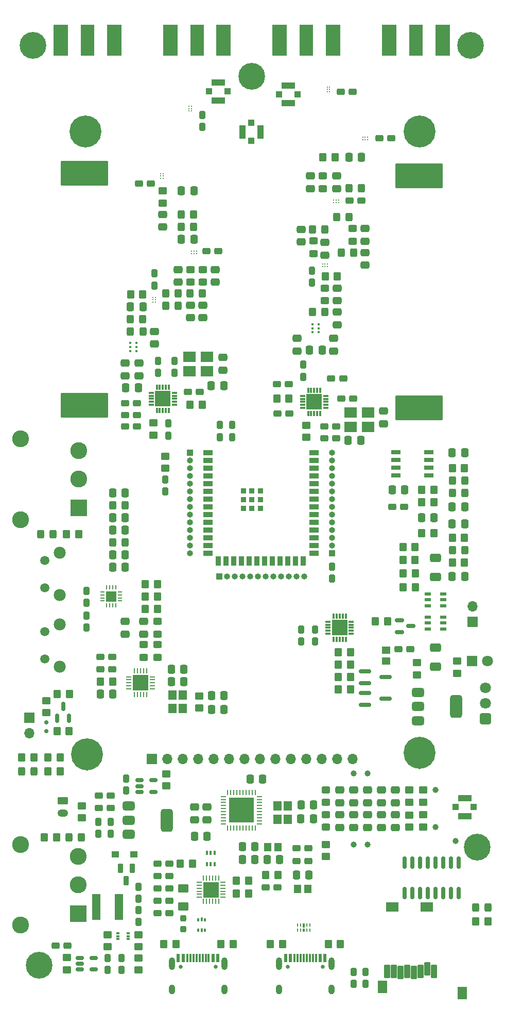
<source format=gbr>
%TF.GenerationSoftware,KiCad,Pcbnew,8.0.3*%
%TF.CreationDate,2024-12-10T11:07:40+00:00*%
%TF.ProjectId,PCB V2.4,50434220-5632-42e3-942e-6b696361645f,rev?*%
%TF.SameCoordinates,Original*%
%TF.FileFunction,Soldermask,Top*%
%TF.FilePolarity,Negative*%
%FSLAX46Y46*%
G04 Gerber Fmt 4.6, Leading zero omitted, Abs format (unit mm)*
G04 Created by KiCad (PCBNEW 8.0.3) date 2024-12-10 11:07:40*
%MOMM*%
%LPD*%
G01*
G04 APERTURE LIST*
G04 Aperture macros list*
%AMRoundRect*
0 Rectangle with rounded corners*
0 $1 Rounding radius*
0 $2 $3 $4 $5 $6 $7 $8 $9 X,Y pos of 4 corners*
0 Add a 4 corners polygon primitive as box body*
4,1,4,$2,$3,$4,$5,$6,$7,$8,$9,$2,$3,0*
0 Add four circle primitives for the rounded corners*
1,1,$1+$1,$2,$3*
1,1,$1+$1,$4,$5*
1,1,$1+$1,$6,$7*
1,1,$1+$1,$8,$9*
0 Add four rect primitives between the rounded corners*
20,1,$1+$1,$2,$3,$4,$5,0*
20,1,$1+$1,$4,$5,$6,$7,0*
20,1,$1+$1,$6,$7,$8,$9,0*
20,1,$1+$1,$8,$9,$2,$3,0*%
G04 Aperture macros list end*
%ADD10RoundRect,0.250000X-0.400000X-0.275000X0.400000X-0.275000X0.400000X0.275000X-0.400000X0.275000X0*%
%ADD11C,1.000000*%
%ADD12C,0.700000*%
%ADD13C,4.400000*%
%ADD14RoundRect,0.250000X-0.450000X0.350000X-0.450000X-0.350000X0.450000X-0.350000X0.450000X0.350000X0*%
%ADD15RoundRect,0.250000X-0.325000X-0.450000X0.325000X-0.450000X0.325000X0.450000X-0.325000X0.450000X0*%
%ADD16RoundRect,0.250000X0.450000X-0.325000X0.450000X0.325000X-0.450000X0.325000X-0.450000X-0.325000X0*%
%ADD17RoundRect,0.250000X-0.350000X-0.450000X0.350000X-0.450000X0.350000X0.450000X-0.350000X0.450000X0*%
%ADD18R,1.528000X0.650000*%
%ADD19RoundRect,0.250000X-0.337500X-0.475000X0.337500X-0.475000X0.337500X0.475000X-0.337500X0.475000X0*%
%ADD20RoundRect,0.250000X0.275000X-0.400000X0.275000X0.400000X-0.275000X0.400000X-0.275000X-0.400000X0*%
%ADD21RoundRect,0.250000X0.400000X0.275000X-0.400000X0.275000X-0.400000X-0.275000X0.400000X-0.275000X0*%
%ADD22RoundRect,0.237500X0.237500X-0.287500X0.237500X0.287500X-0.237500X0.287500X-0.237500X-0.287500X0*%
%ADD23R,1.000000X1.000000*%
%ADD24R,2.200000X1.050000*%
%ADD25R,2.100000X1.800000*%
%ADD26RoundRect,0.250000X0.350000X0.450000X-0.350000X0.450000X-0.350000X-0.450000X0.350000X-0.450000X0*%
%ADD27RoundRect,0.250000X-0.450000X0.325000X-0.450000X-0.325000X0.450000X-0.325000X0.450000X0.325000X0*%
%ADD28RoundRect,0.062500X-0.062500X0.062500X-0.062500X-0.062500X0.062500X-0.062500X0.062500X0.062500X0*%
%ADD29RoundRect,0.250000X0.475000X-0.337500X0.475000X0.337500X-0.475000X0.337500X-0.475000X-0.337500X0*%
%ADD30RoundRect,0.100000X0.100000X-0.225000X0.100000X0.225000X-0.100000X0.225000X-0.100000X-0.225000X0*%
%ADD31RoundRect,0.250000X0.337500X0.475000X-0.337500X0.475000X-0.337500X-0.475000X0.337500X-0.475000X0*%
%ADD32RoundRect,0.250000X-0.475000X0.337500X-0.475000X-0.337500X0.475000X-0.337500X0.475000X0.337500X0*%
%ADD33RoundRect,0.250000X0.325000X0.450000X-0.325000X0.450000X-0.325000X-0.450000X0.325000X-0.450000X0*%
%ADD34R,0.950000X0.300000*%
%ADD35R,0.300000X0.950000*%
%ADD36C,0.500000*%
%ADD37R,2.500000X2.500000*%
%ADD38C,1.515000*%
%ADD39C,1.980000*%
%ADD40O,1.000000X1.000000*%
%ADD41RoundRect,0.250200X0.649800X-0.649800X0.649800X0.649800X-0.649800X0.649800X-0.649800X-0.649800X0*%
%ADD42C,1.800000*%
%ADD43RoundRect,0.162500X-0.837500X-0.162500X0.837500X-0.162500X0.837500X0.162500X-0.837500X0.162500X0*%
%ADD44RoundRect,0.062500X-0.350000X-0.062500X0.350000X-0.062500X0.350000X0.062500X-0.350000X0.062500X0*%
%ADD45RoundRect,0.062500X-0.062500X-0.350000X0.062500X-0.350000X0.062500X0.350000X-0.062500X0.350000X0*%
%ADD46R,2.600000X2.600000*%
%ADD47C,0.650000*%
%ADD48R,0.600000X1.450000*%
%ADD49R,0.300000X1.450000*%
%ADD50O,1.000000X2.100000*%
%ADD51O,1.000000X1.600000*%
%ADD52R,0.475000X0.300000*%
%ADD53RoundRect,0.250000X0.450000X-0.350000X0.450000X0.350000X-0.450000X0.350000X-0.450000X-0.350000X0*%
%ADD54RoundRect,0.102000X-3.810000X1.905000X-3.810000X-1.905000X3.810000X-1.905000X3.810000X1.905000X0*%
%ADD55RoundRect,0.102000X3.810000X-1.905000X3.810000X1.905000X-3.810000X1.905000X-3.810000X-1.905000X0*%
%ADD56R,1.700000X1.700000*%
%ADD57O,1.700000X1.700000*%
%ADD58C,0.800000*%
%ADD59C,5.250000*%
%ADD60R,1.100000X0.550000*%
%ADD61RoundRect,0.150000X-0.587500X-0.150000X0.587500X-0.150000X0.587500X0.150000X-0.587500X0.150000X0*%
%ADD62RoundRect,0.102000X0.600000X0.700000X-0.600000X0.700000X-0.600000X-0.700000X0.600000X-0.700000X0*%
%ADD63RoundRect,0.250000X0.650000X-0.412500X0.650000X0.412500X-0.650000X0.412500X-0.650000X-0.412500X0*%
%ADD64RoundRect,0.062500X-0.062500X-0.062500X0.062500X-0.062500X0.062500X0.062500X-0.062500X0.062500X0*%
%ADD65RoundRect,0.250000X-0.275000X0.400000X-0.275000X-0.400000X0.275000X-0.400000X0.275000X0.400000X0*%
%ADD66RoundRect,0.150000X0.200000X-0.150000X0.200000X0.150000X-0.200000X0.150000X-0.200000X-0.150000X0*%
%ADD67R,0.330000X0.410000*%
%ADD68RoundRect,0.250001X0.624999X-0.462499X0.624999X0.462499X-0.624999X0.462499X-0.624999X-0.462499X0*%
%ADD69RoundRect,0.093750X0.093750X-0.156250X0.093750X0.156250X-0.093750X0.156250X-0.093750X-0.156250X0*%
%ADD70RoundRect,0.075000X0.075000X-0.250000X0.075000X0.250000X-0.075000X0.250000X-0.075000X-0.250000X0*%
%ADD71R,1.050000X2.200000*%
%ADD72RoundRect,0.062500X0.062500X-0.375000X0.062500X0.375000X-0.062500X0.375000X-0.062500X-0.375000X0*%
%ADD73RoundRect,0.062500X0.375000X-0.062500X0.375000X0.062500X-0.375000X0.062500X-0.375000X-0.062500X0*%
%ADD74R,4.100000X4.100000*%
%ADD75R,1.200000X1.450000*%
%ADD76RoundRect,0.102000X-0.279400X0.660400X-0.279400X-0.660400X0.279400X-0.660400X0.279400X0.660400X0*%
%ADD77R,2.290000X5.080000*%
%ADD78R,2.420000X5.080000*%
%ADD79R,1.800000X1.800000*%
%ADD80RoundRect,0.250000X-0.625000X0.350000X-0.625000X-0.350000X0.625000X-0.350000X0.625000X0.350000X0*%
%ADD81O,1.750000X1.200000*%
%ADD82R,1.400000X4.200000*%
%ADD83RoundRect,0.062500X0.062500X-0.350000X0.062500X0.350000X-0.062500X0.350000X-0.062500X-0.350000X0*%
%ADD84RoundRect,0.062500X0.350000X-0.062500X0.350000X0.062500X-0.350000X0.062500X-0.350000X-0.062500X0*%
%ADD85RoundRect,0.102000X-0.400000X-1.000000X0.400000X-1.000000X0.400000X1.000000X-0.400000X1.000000X0*%
%ADD86RoundRect,0.102000X-0.900000X-0.700000X0.900000X-0.700000X0.900000X0.700000X-0.900000X0.700000X0*%
%ADD87RoundRect,0.102000X-0.700000X-0.950000X0.700000X-0.950000X0.700000X0.950000X-0.700000X0.950000X0*%
%ADD88RoundRect,0.150000X-0.512500X-0.150000X0.512500X-0.150000X0.512500X0.150000X-0.512500X0.150000X0*%
%ADD89RoundRect,0.375000X-0.625000X-0.375000X0.625000X-0.375000X0.625000X0.375000X-0.625000X0.375000X0*%
%ADD90RoundRect,0.500000X-0.500000X-1.400000X0.500000X-1.400000X0.500000X1.400000X-0.500000X1.400000X0*%
%ADD91R,2.775000X2.775000*%
%ADD92C,2.775000*%
%ADD93R,0.250000X0.625000*%
%ADD94R,0.450000X0.700000*%
%ADD95R,0.450000X0.575000*%
%ADD96RoundRect,0.062500X0.062500X-0.062500X0.062500X0.062500X-0.062500X0.062500X-0.062500X-0.062500X0*%
%ADD97RoundRect,0.150000X0.150000X-0.825000X0.150000X0.825000X-0.150000X0.825000X-0.150000X-0.825000X0*%
%ADD98RoundRect,0.250000X-0.650000X0.412500X-0.650000X-0.412500X0.650000X-0.412500X0.650000X0.412500X0*%
%ADD99R,1.450000X1.200000*%
%ADD100R,0.254000X0.762000*%
%ADD101R,0.762000X0.254000*%
%ADD102R,1.752600X1.752600*%
%ADD103RoundRect,0.150000X0.150000X-0.587500X0.150000X0.587500X-0.150000X0.587500X-0.150000X-0.587500X0*%
%ADD104RoundRect,0.062500X0.062500X0.062500X-0.062500X0.062500X-0.062500X-0.062500X0.062500X-0.062500X0*%
%ADD105R,1.498600X0.889000*%
%ADD106R,0.889000X1.498600*%
%ADD107R,0.889000X0.889000*%
%ADD108R,1.143000X1.092200*%
G04 APERTURE END LIST*
D10*
%TO.C,C24*%
X92628500Y-84339200D03*
X94578500Y-84339200D03*
%TD*%
D11*
%TO.C,TP7*%
X119882500Y-158639700D03*
%TD*%
D12*
%TO.C,H1*%
X66473500Y-178487200D03*
X66956774Y-177320474D03*
X66956774Y-179653926D03*
X68123500Y-176837200D03*
D13*
X68123500Y-178487200D03*
D12*
X68123500Y-180137200D03*
X69290226Y-177320474D03*
X69290226Y-179653926D03*
X69773500Y-178487200D03*
%TD*%
D14*
%TO.C,R31*%
X94492500Y-134266200D03*
X94492500Y-136266200D03*
%TD*%
D15*
%TO.C,D3*%
X65254500Y-146696200D03*
X67304500Y-146696200D03*
%TD*%
D16*
%TO.C,L26*%
X114802500Y-50947200D03*
X114802500Y-48897200D03*
%TD*%
D17*
%TO.C,R35*%
X85608500Y-117994200D03*
X87608500Y-117994200D03*
%TD*%
%TO.C,R51*%
X115199500Y-65416200D03*
X117199500Y-65416200D03*
%TD*%
D18*
%TO.C,U19*%
X132245500Y-98055200D03*
X132245500Y-96785200D03*
X132245500Y-95515200D03*
X132245500Y-94245200D03*
X126823500Y-94245200D03*
X126823500Y-95515200D03*
X126823500Y-96785200D03*
X126823500Y-98055200D03*
%TD*%
D19*
%TO.C,C43*%
X96503000Y-136536200D03*
X98578000Y-136536200D03*
%TD*%
D20*
%TO.C,C22*%
X97921500Y-91752500D03*
X97921500Y-89802500D03*
%TD*%
D15*
%TO.C,L18*%
X117841500Y-61479200D03*
X119891500Y-61479200D03*
%TD*%
D21*
%TO.C,C2*%
X89552500Y-165841200D03*
X87602500Y-165841200D03*
%TD*%
D22*
%TO.C,FB1*%
X91879500Y-172558200D03*
X91879500Y-170808200D03*
%TD*%
D17*
%TO.C,R50*%
X131090500Y-100468200D03*
X133090500Y-100468200D03*
%TD*%
D23*
%TO.C,AE6*%
X110623500Y-35487200D03*
D24*
X109123500Y-36962200D03*
D23*
X107623500Y-35487200D03*
D24*
X109123500Y-34012200D03*
%TD*%
D15*
%TO.C,D8*%
X136113500Y-98944200D03*
X138163500Y-98944200D03*
%TD*%
%TO.C,L16*%
X91552500Y-57288200D03*
X93602500Y-57288200D03*
%TD*%
D25*
%TO.C,Y1*%
X92905500Y-80917200D03*
X95805500Y-80917200D03*
X95805500Y-78617200D03*
X92905500Y-78617200D03*
%TD*%
D19*
%TO.C,C26*%
X96471500Y-83323200D03*
X98546500Y-83323200D03*
%TD*%
D26*
%TO.C,R45*%
X119358500Y-129170200D03*
X117358500Y-129170200D03*
%TD*%
D10*
%TO.C,C56*%
X110519500Y-159230500D03*
X112469500Y-159230500D03*
%TD*%
D27*
%TO.C,L6*%
X85354500Y-125859200D03*
X85354500Y-127909200D03*
%TD*%
D28*
%TO.C,U14*%
X115583500Y-63365200D03*
X115183500Y-63365200D03*
X114783500Y-63365200D03*
X114783500Y-63765200D03*
X115183500Y-63765200D03*
X115583500Y-63765200D03*
%TD*%
D29*
%TO.C,C108*%
X116580500Y-77629700D03*
X116580500Y-75554700D03*
%TD*%
D16*
%TO.C,L24*%
X115183500Y-69362200D03*
X115183500Y-67312200D03*
%TD*%
D30*
%TO.C,Q3*%
X95722500Y-161936200D03*
X96372500Y-161936200D03*
X97022500Y-161936200D03*
X97022500Y-160036200D03*
X96372500Y-160036200D03*
X95722500Y-160036200D03*
%TD*%
D31*
%TO.C,C48*%
X91974000Y-131964200D03*
X89899000Y-131964200D03*
%TD*%
D14*
%TO.C,R26*%
X131312500Y-149728200D03*
X131312500Y-151728200D03*
%TD*%
D32*
%TO.C,C53*%
X95117500Y-70115200D03*
X95117500Y-72190200D03*
%TD*%
D17*
%TO.C,R4*%
X71105500Y-140092200D03*
X73105500Y-140092200D03*
%TD*%
D15*
%TO.C,L21*%
X113142500Y-57669200D03*
X115192500Y-57669200D03*
%TD*%
D33*
%TO.C,L25*%
X121161500Y-50938200D03*
X119111500Y-50938200D03*
%TD*%
D31*
%TO.C,C47*%
X91974000Y-129932200D03*
X89899000Y-129932200D03*
%TD*%
D17*
%TO.C,R44*%
X117358500Y-127138200D03*
X119358500Y-127138200D03*
%TD*%
D21*
%TO.C,C68*%
X84291500Y-90015500D03*
X82341500Y-90015500D03*
%TD*%
D20*
%TO.C,C32*%
X87761500Y-81211500D03*
X87761500Y-79261500D03*
%TD*%
D34*
%TO.C,IC4*%
X115696500Y-122074200D03*
X115696500Y-122574200D03*
X115696500Y-123074200D03*
X115696500Y-123574200D03*
X115696500Y-124074200D03*
D35*
X116596500Y-124974200D03*
X117096500Y-124974200D03*
X117596500Y-124974200D03*
X118096500Y-124974200D03*
X118596500Y-124974200D03*
D34*
X119496500Y-124074200D03*
X119496500Y-123574200D03*
X119496500Y-123074200D03*
X119496500Y-122574200D03*
X119496500Y-122074200D03*
D35*
X118596500Y-121174200D03*
X118096500Y-121174200D03*
X117596500Y-121174200D03*
X117096500Y-121174200D03*
X116596500Y-121174200D03*
D36*
X116834500Y-122312200D03*
X116834500Y-123074200D03*
X116834500Y-123836200D03*
X117596500Y-122312200D03*
X117596500Y-123074200D03*
D37*
X117596500Y-123074200D03*
D36*
X117596500Y-123836200D03*
X118358500Y-122312200D03*
X118358500Y-123074200D03*
X118358500Y-123836200D03*
%TD*%
D33*
%TO.C,L15*%
X82299500Y-103008200D03*
X80249500Y-103008200D03*
%TD*%
D19*
%TO.C,C104*%
X112622000Y-77481200D03*
X114697000Y-77481200D03*
%TD*%
D21*
%TO.C,C94*%
X86546000Y-50176200D03*
X84596000Y-50176200D03*
%TD*%
D19*
%TO.C,C42*%
X96503000Y-134250200D03*
X98578000Y-134250200D03*
%TD*%
D11*
%TO.C,TP3*%
X133344500Y-155808200D03*
%TD*%
D35*
%TO.C,IC6*%
X112405500Y-87890200D03*
X112905500Y-87890200D03*
X113405500Y-87890200D03*
X113905500Y-87890200D03*
X114405500Y-87890200D03*
D34*
X115305500Y-86990200D03*
X115305500Y-86490200D03*
X115305500Y-85990200D03*
X115305500Y-85490200D03*
X115305500Y-84990200D03*
D35*
X114405500Y-84090200D03*
X113905500Y-84090200D03*
X113405500Y-84090200D03*
X112905500Y-84090200D03*
X112405500Y-84090200D03*
D34*
X111505500Y-84990200D03*
X111505500Y-85490200D03*
X111505500Y-85990200D03*
X111505500Y-86490200D03*
X111505500Y-86990200D03*
D36*
X112643500Y-86752200D03*
X113405500Y-86752200D03*
X114167500Y-86752200D03*
X112643500Y-85990200D03*
X113405500Y-85990200D03*
D37*
X113405500Y-85990200D03*
D36*
X114167500Y-85990200D03*
X112643500Y-85228200D03*
X113405500Y-85228200D03*
X114167500Y-85228200D03*
%TD*%
D38*
%TO.C,RESET1*%
X69082500Y-111986200D03*
X69082500Y-116486200D03*
D39*
X71572500Y-110731200D03*
X71572500Y-117741200D03*
%TD*%
D21*
%TO.C,C7*%
X89552500Y-169905200D03*
X87602500Y-169905200D03*
%TD*%
D23*
%TO.C,J10*%
X116326500Y-110882200D03*
D40*
X116326500Y-109612200D03*
X116326500Y-108342200D03*
X116326500Y-107072200D03*
X116326500Y-105802200D03*
X116326500Y-104532200D03*
X116326500Y-103262200D03*
X116326500Y-101992200D03*
X116326500Y-100722200D03*
X116326500Y-99452200D03*
X116326500Y-98182200D03*
X116326500Y-96912200D03*
X116326500Y-95642200D03*
X116326500Y-94372200D03*
%TD*%
D32*
%TO.C,C97*%
X111246500Y-57647700D03*
X111246500Y-59722700D03*
%TD*%
D21*
%TO.C,C4*%
X89552500Y-167873200D03*
X87602500Y-167873200D03*
%TD*%
D41*
%TO.C,U5*%
X141598500Y-138060200D03*
D42*
X141598500Y-135520200D03*
X141598500Y-132980200D03*
%TD*%
D32*
%TO.C,C121*%
X112770500Y-48884700D03*
X112770500Y-50959700D03*
%TD*%
D14*
%TO.C,R20*%
X84513500Y-177287200D03*
X84513500Y-179287200D03*
%TD*%
D29*
%TO.C,C49*%
X85354500Y-124111700D03*
X85354500Y-122036700D03*
%TD*%
D32*
%TO.C,C29*%
X126740500Y-153786700D03*
X126740500Y-155861700D03*
%TD*%
D19*
%TO.C,C99*%
X136101000Y-114692200D03*
X138176000Y-114692200D03*
%TD*%
D43*
%TO.C,Q5*%
X121728500Y-130252200D03*
X121728500Y-132152200D03*
X125148500Y-131202200D03*
%TD*%
D44*
%TO.C,U6*%
X94514000Y-164845200D03*
X94514000Y-165345200D03*
X94514000Y-165845200D03*
X94514000Y-166345200D03*
X94514000Y-166845200D03*
X94514000Y-167345200D03*
D45*
X95201500Y-168032700D03*
X95701500Y-168032700D03*
X96201500Y-168032700D03*
X96701500Y-168032700D03*
X97201500Y-168032700D03*
X97701500Y-168032700D03*
D44*
X98389000Y-167345200D03*
X98389000Y-166845200D03*
X98389000Y-166345200D03*
X98389000Y-165845200D03*
X98389000Y-165345200D03*
X98389000Y-164845200D03*
D45*
X97701500Y-164157700D03*
X97201500Y-164157700D03*
X96701500Y-164157700D03*
X96201500Y-164157700D03*
X95701500Y-164157700D03*
X95201500Y-164157700D03*
D36*
X95562500Y-165206200D03*
X95562500Y-166095200D03*
X95562500Y-166984200D03*
X96451500Y-165206200D03*
X96451500Y-166095200D03*
D46*
X96451500Y-166095200D03*
D36*
X96451500Y-166984200D03*
X97340500Y-165206200D03*
X97340500Y-166095200D03*
X97340500Y-166984200D03*
%TD*%
D47*
%TO.C,USB_OTG1*%
X109053500Y-178787200D03*
X114833500Y-178787200D03*
D48*
X108693500Y-177342200D03*
X109493500Y-177342200D03*
D49*
X110693500Y-177342200D03*
X111693500Y-177342200D03*
X112193500Y-177342200D03*
X113193500Y-177342200D03*
D48*
X114393500Y-177342200D03*
X115193500Y-177342200D03*
X115193500Y-177342200D03*
X114393500Y-177342200D03*
D49*
X113693500Y-177342200D03*
X112693500Y-177342200D03*
X111193500Y-177342200D03*
X110193500Y-177342200D03*
D48*
X109493500Y-177342200D03*
X108693500Y-177342200D03*
D50*
X107623500Y-178257200D03*
D51*
X107623500Y-182437200D03*
D50*
X116263500Y-178257200D03*
D51*
X116263500Y-182437200D03*
%TD*%
D17*
%TO.C,R59*%
X72654500Y-107707200D03*
X74654500Y-107707200D03*
%TD*%
D20*
%TO.C,C25*%
X87116500Y-66860500D03*
X87116500Y-64910500D03*
%TD*%
D47*
%TO.C,USB_UART1*%
X91413500Y-178787200D03*
X97193500Y-178787200D03*
D48*
X91053500Y-177342200D03*
X91853500Y-177342200D03*
D49*
X93053500Y-177342200D03*
X94053500Y-177342200D03*
X94553500Y-177342200D03*
X95553500Y-177342200D03*
D48*
X96753500Y-177342200D03*
X97553500Y-177342200D03*
X97553500Y-177342200D03*
X96753500Y-177342200D03*
D49*
X96053500Y-177342200D03*
X95053500Y-177342200D03*
X93553500Y-177342200D03*
X92553500Y-177342200D03*
D48*
X91853500Y-177342200D03*
X91053500Y-177342200D03*
D50*
X89983500Y-178257200D03*
D51*
X89983500Y-182437200D03*
D50*
X98623500Y-178257200D03*
D51*
X98623500Y-182437200D03*
%TD*%
D52*
%TO.C,IC1*%
X81135500Y-173215200D03*
X81135500Y-173715200D03*
X81135500Y-174215200D03*
X82811500Y-174215200D03*
X82811500Y-173715200D03*
X82811500Y-173215200D03*
%TD*%
D27*
%TO.C,L9*%
X115310500Y-149719200D03*
X115310500Y-151769200D03*
%TD*%
D33*
%TO.C,L22*%
X119129500Y-55637200D03*
X117079500Y-55637200D03*
%TD*%
D19*
%TO.C,C84*%
X91540000Y-51319200D03*
X93615000Y-51319200D03*
%TD*%
D32*
%TO.C,C38*%
X117596500Y-153770700D03*
X117596500Y-155845700D03*
%TD*%
D26*
%TO.C,R16*%
X71606500Y-144410200D03*
X69606500Y-144410200D03*
%TD*%
D53*
%TO.C,R21*%
X130296500Y-130797200D03*
X130296500Y-128797200D03*
%TD*%
D19*
%TO.C,C69*%
X80237000Y-113168200D03*
X82312000Y-113168200D03*
%TD*%
D31*
%TO.C,C44*%
X107722000Y-161135500D03*
X105647000Y-161135500D03*
%TD*%
D16*
%TO.C,L11*%
X93085500Y-66314200D03*
X93085500Y-64264200D03*
%TD*%
D17*
%TO.C,R18*%
X100604500Y-164564500D03*
X102604500Y-164564500D03*
%TD*%
D54*
%TO.C,AE4*%
X130623500Y-48887200D03*
X130623500Y-86987200D03*
%TD*%
D21*
%TO.C,C14*%
X89552500Y-161777200D03*
X87602500Y-161777200D03*
%TD*%
D26*
%TO.C,R53*%
X116818500Y-45858200D03*
X114818500Y-45858200D03*
%TD*%
D20*
%TO.C,C17*%
X119882500Y-181580200D03*
X119882500Y-179630200D03*
%TD*%
D19*
%TO.C,C81*%
X80237000Y-100976200D03*
X82312000Y-100976200D03*
%TD*%
D55*
%TO.C,AE2*%
X75623500Y-48417200D03*
X75623500Y-86517200D03*
%TD*%
D32*
%TO.C,C90*%
X124835500Y-87492700D03*
X124835500Y-89567700D03*
%TD*%
D56*
%TO.C,SCREEN1*%
X86742400Y-144619700D03*
D57*
X89282400Y-144619700D03*
X91822400Y-144619700D03*
X94362400Y-144619700D03*
X96902400Y-144619700D03*
X99442400Y-144619700D03*
X101982400Y-144619700D03*
X104522400Y-144619700D03*
X107062400Y-144619700D03*
X109602400Y-144619700D03*
X112142400Y-144619700D03*
X114682400Y-144619700D03*
X117222400Y-144619700D03*
X119762400Y-144619700D03*
D58*
X73652400Y-41579700D03*
X73906400Y-143873700D03*
X74414400Y-39882644D03*
X74414400Y-43276756D03*
X74668400Y-142176644D03*
X74668400Y-145570756D03*
X75802400Y-39499700D03*
D59*
X75802400Y-41579700D03*
D58*
X75802400Y-43817700D03*
X76056400Y-141793700D03*
D59*
X76056400Y-143873700D03*
D58*
X76056400Y-146111700D03*
X77208400Y-39882644D03*
X77208400Y-43276756D03*
X77462400Y-142176644D03*
X77462400Y-145570756D03*
X77970400Y-41579700D03*
X78224400Y-143873700D03*
X128552400Y-41579700D03*
X128552400Y-143619700D03*
X129314400Y-39882644D03*
X129314400Y-43276756D03*
X129314400Y-141922644D03*
X129314400Y-145316756D03*
X130702400Y-39499700D03*
D59*
X130702400Y-41579700D03*
D58*
X130702400Y-43817700D03*
X130702400Y-141539700D03*
D59*
X130702400Y-143619700D03*
D58*
X130702400Y-145857700D03*
X132108400Y-39882644D03*
X132108400Y-43276756D03*
X132108400Y-141922644D03*
X132108400Y-145316756D03*
X132870400Y-41579700D03*
X132870400Y-143619700D03*
%TD*%
D21*
%TO.C,C13*%
X89552500Y-163809200D03*
X87602500Y-163809200D03*
%TD*%
D33*
%TO.C,L13*%
X85220500Y-72401200D03*
X83170500Y-72401200D03*
%TD*%
D60*
%TO.C,IC7*%
X132044500Y-117552200D03*
X132044500Y-118502200D03*
X132044500Y-119452200D03*
X134644500Y-119452200D03*
X134644500Y-118502200D03*
X134644500Y-117552200D03*
%TD*%
D31*
%TO.C,C115*%
X138176000Y-94372200D03*
X136101000Y-94372200D03*
%TD*%
D17*
%TO.C,R54*%
X131074500Y-107580200D03*
X133074500Y-107580200D03*
%TD*%
D19*
%TO.C,C23*%
X78215000Y-133996200D03*
X80290000Y-133996200D03*
%TD*%
D61*
%TO.C,Q7*%
X127405500Y-121870200D03*
X127405500Y-123770200D03*
X129280500Y-122820200D03*
%TD*%
D62*
%TO.C,Y2*%
X91786500Y-136366200D03*
X91786500Y-134166200D03*
X90086500Y-134166200D03*
X90086500Y-136366200D03*
%TD*%
D26*
%TO.C,R49*%
X138138500Y-96912200D03*
X136138500Y-96912200D03*
%TD*%
D63*
%TO.C,C98*%
X133344500Y-114730700D03*
X133344500Y-111605700D03*
%TD*%
D43*
%TO.C,Q6*%
X121728500Y-133808200D03*
X121728500Y-135708200D03*
X125148500Y-134758200D03*
%TD*%
D17*
%TO.C,R40*%
X117358500Y-131202200D03*
X119358500Y-131202200D03*
%TD*%
D20*
%TO.C,C39*%
X90418500Y-81211500D03*
X90418500Y-79261500D03*
%TD*%
D32*
%TO.C,C36*%
X119882500Y-149706700D03*
X119882500Y-151781700D03*
%TD*%
D53*
%TO.C,R27*%
X131312500Y-155808200D03*
X131312500Y-153808200D03*
%TD*%
D21*
%TO.C,C66*%
X84291500Y-88110500D03*
X82341500Y-88110500D03*
%TD*%
D10*
%TO.C,C72*%
X95676500Y-61186500D03*
X97626500Y-61186500D03*
%TD*%
%TO.C,C91*%
X117860500Y-85482200D03*
X119810500Y-85482200D03*
%TD*%
D20*
%TO.C,C16*%
X84513500Y-167578200D03*
X84513500Y-165628200D03*
%TD*%
D17*
%TO.C,R43*%
X123454500Y-122058200D03*
X125454500Y-122058200D03*
%TD*%
D64*
%TO.C,U20*%
X92812500Y-37438200D03*
X92812500Y-37838200D03*
X92812500Y-38238200D03*
X93212500Y-38238200D03*
X93212500Y-37838200D03*
X93212500Y-37438200D03*
%TD*%
D65*
%TO.C,C5*%
X79433500Y-177312200D03*
X79433500Y-179262200D03*
%TD*%
D66*
%TO.C,D1*%
X69311500Y-138630200D03*
X69311500Y-140030200D03*
%TD*%
D12*
%TO.C,H3*%
X65473500Y-27487200D03*
X65956774Y-26320474D03*
X65956774Y-28653926D03*
X67123500Y-25837200D03*
D13*
X67123500Y-27487200D03*
D12*
X67123500Y-29137200D03*
X68290226Y-26320474D03*
X68290226Y-28653926D03*
X68773500Y-27487200D03*
%TD*%
D67*
%TO.C,FL2*%
X113151500Y-73240200D03*
X113151500Y-73900200D03*
X113151500Y-74560200D03*
X114141500Y-74560200D03*
X114141500Y-73900200D03*
X114141500Y-73240200D03*
%TD*%
D32*
%TO.C,C82*%
X88513500Y-55213200D03*
X88513500Y-57288200D03*
%TD*%
D19*
%TO.C,C117*%
X126211000Y-100468200D03*
X128286000Y-100468200D03*
%TD*%
D68*
%TO.C,F1*%
X91879500Y-168852700D03*
X91879500Y-165877700D03*
%TD*%
D19*
%TO.C,C89*%
X118972000Y-92340200D03*
X121047000Y-92340200D03*
%TD*%
D17*
%TO.C,R34*%
X85608500Y-120026200D03*
X87608500Y-120026200D03*
%TD*%
D69*
%TO.C,U2*%
X94360500Y-172699200D03*
D70*
X94898000Y-172774200D03*
D69*
X95435500Y-172699200D03*
X95435500Y-170999200D03*
D70*
X94898000Y-170924200D03*
D69*
X94360500Y-170999200D03*
%TD*%
D14*
%TO.C,R39*%
X88513500Y-51335200D03*
X88513500Y-53335200D03*
%TD*%
D19*
%TO.C,C120*%
X131058500Y-105040200D03*
X133133500Y-105040200D03*
%TD*%
D16*
%TO.C,L19*%
X113278500Y-61615200D03*
X113278500Y-59565200D03*
%TD*%
D31*
%TO.C,C102*%
X138154500Y-106056200D03*
X136079500Y-106056200D03*
%TD*%
D25*
%TO.C,Y4*%
X119374500Y-90068200D03*
X122274500Y-90068200D03*
X122274500Y-87768200D03*
X119374500Y-87768200D03*
%TD*%
D64*
%TO.C,U18*%
X115545500Y-34282200D03*
X115545500Y-34682200D03*
X115545500Y-35082200D03*
X115945500Y-35082200D03*
X115945500Y-34682200D03*
X115945500Y-34282200D03*
%TD*%
D20*
%TO.C,C15*%
X84513500Y-171388200D03*
X84513500Y-169438200D03*
%TD*%
D15*
%TO.C,L4*%
X89012500Y-70242200D03*
X91062500Y-70242200D03*
%TD*%
D17*
%TO.C,R17*%
X100614500Y-166684800D03*
X102614500Y-166684800D03*
%TD*%
D21*
%TO.C,C11*%
X79900500Y-150601200D03*
X77950500Y-150601200D03*
%TD*%
D65*
%TO.C,C67*%
X75940500Y-121083200D03*
X75940500Y-123033200D03*
%TD*%
D32*
%TO.C,C45*%
X93085500Y-70115200D03*
X93085500Y-72190200D03*
%TD*%
D23*
%TO.C,J7*%
X103055500Y-43135200D03*
D71*
X101580500Y-41635200D03*
D23*
X103055500Y-40135200D03*
D71*
X104530500Y-41635200D03*
%TD*%
D31*
%TO.C,C78*%
X82312000Y-107072200D03*
X80237000Y-107072200D03*
%TD*%
D72*
%TO.C,IC3*%
X99182500Y-155961700D03*
X99682500Y-155961700D03*
X100182500Y-155961700D03*
X100682500Y-155961700D03*
X101182500Y-155961700D03*
X101682500Y-155961700D03*
X102182500Y-155961700D03*
X102682500Y-155961700D03*
X103182500Y-155961700D03*
X103682500Y-155961700D03*
D73*
X104370000Y-155274200D03*
X104370000Y-154774200D03*
X104370000Y-154274200D03*
X104370000Y-153774200D03*
X104370000Y-153274200D03*
X104370000Y-152774200D03*
X104370000Y-152274200D03*
X104370000Y-151774200D03*
X104370000Y-151274200D03*
X104370000Y-150774200D03*
D72*
X103682500Y-150086700D03*
X103182500Y-150086700D03*
X102682500Y-150086700D03*
X102182500Y-150086700D03*
X101682500Y-150086700D03*
X101182500Y-150086700D03*
X100682500Y-150086700D03*
X100182500Y-150086700D03*
X99682500Y-150086700D03*
X99182500Y-150086700D03*
D73*
X98495000Y-150774200D03*
X98495000Y-151274200D03*
X98495000Y-151774200D03*
X98495000Y-152274200D03*
X98495000Y-152774200D03*
X98495000Y-153274200D03*
X98495000Y-153774200D03*
X98495000Y-154274200D03*
X98495000Y-154774200D03*
X98495000Y-155274200D03*
D74*
X101432500Y-153024200D03*
%TD*%
D20*
%TO.C,C6*%
X79941500Y-156910200D03*
X79941500Y-154960200D03*
%TD*%
D10*
%TO.C,C92*%
X115097500Y-91920500D03*
X117047500Y-91920500D03*
%TD*%
D21*
%TO.C,C70*%
X84291500Y-86205500D03*
X82341500Y-86205500D03*
%TD*%
D32*
%TO.C,C54*%
X97149500Y-64251700D03*
X97149500Y-66326700D03*
%TD*%
D14*
%TO.C,R19*%
X84513500Y-173477200D03*
X84513500Y-175477200D03*
%TD*%
D29*
%TO.C,C28*%
X126740500Y-151781700D03*
X126740500Y-149706700D03*
%TD*%
D26*
%TO.C,R47*%
X109249500Y-85482200D03*
X107249500Y-85482200D03*
%TD*%
D32*
%TO.C,C100*%
X121787500Y-57520700D03*
X121787500Y-59595700D03*
%TD*%
D11*
%TO.C,TP6*%
X122168500Y-158639700D03*
%TD*%
D33*
%TO.C,D5*%
X141989500Y-169048200D03*
X139939500Y-169048200D03*
%TD*%
D11*
%TO.C,TP5*%
X119882500Y-146955700D03*
%TD*%
D65*
%TO.C,C60*%
X89402500Y-89548500D03*
X89402500Y-91498500D03*
%TD*%
D75*
%TO.C,FB2*%
X107430500Y-159103500D03*
X105730500Y-159103500D03*
%TD*%
D19*
%TO.C,C80*%
X91540000Y-59320200D03*
X93615000Y-59320200D03*
%TD*%
D10*
%TO.C,C93*%
X127289500Y-126630200D03*
X129239500Y-126630200D03*
%TD*%
D76*
%TO.C,Q1*%
X83446700Y-162539200D03*
X81516300Y-162539200D03*
X82481500Y-164571200D03*
%TD*%
D77*
%TO.C,AE7*%
X94123500Y-26557200D03*
D78*
X98503500Y-26557200D03*
X89743500Y-26557200D03*
%TD*%
D20*
%TO.C,C110*%
X111627500Y-81846500D03*
X111627500Y-79896500D03*
%TD*%
D10*
%TO.C,C87*%
X115056500Y-90015500D03*
X117006500Y-90015500D03*
%TD*%
D14*
%TO.C,R12*%
X79433500Y-173477200D03*
X79433500Y-175477200D03*
%TD*%
D10*
%TO.C,C58*%
X105439500Y-165707500D03*
X107389500Y-165707500D03*
%TD*%
D79*
%TO.C,D4*%
X139348500Y-128520200D03*
D42*
X141888500Y-128520200D03*
%TD*%
D23*
%TO.C,J5*%
X136656500Y-152538200D03*
D24*
X138156500Y-151063200D03*
D23*
X139656500Y-152538200D03*
D24*
X138156500Y-154013200D03*
%TD*%
D14*
%TO.C,R23*%
X88904500Y-94896200D03*
X88904500Y-96896200D03*
%TD*%
D17*
%TO.C,R15*%
X69606500Y-146696200D03*
X71606500Y-146696200D03*
%TD*%
D26*
%TO.C,R52*%
X133074500Y-102500200D03*
X131074500Y-102500200D03*
%TD*%
D29*
%TO.C,C46*%
X91053500Y-66326700D03*
X91053500Y-64251700D03*
%TD*%
D33*
%TO.C,D6*%
X138163500Y-110374200D03*
X136113500Y-110374200D03*
%TD*%
D11*
%TO.C,TP2*%
X136646500Y-158126200D03*
%TD*%
D60*
%TO.C,IC5*%
X132044500Y-121362200D03*
X132044500Y-122312200D03*
X132044500Y-123262200D03*
X134644500Y-123262200D03*
X134644500Y-122312200D03*
X134644500Y-121362200D03*
%TD*%
D17*
%TO.C,R36*%
X105414500Y-163675500D03*
X107414500Y-163675500D03*
%TD*%
D31*
%TO.C,C57*%
X112532000Y-163675500D03*
X110457000Y-163675500D03*
%TD*%
D19*
%TO.C,C123*%
X119099000Y-45858200D03*
X121174000Y-45858200D03*
%TD*%
D12*
%TO.C,H2*%
X138552500Y-159142200D03*
X139035774Y-157975474D03*
X139035774Y-160308926D03*
X140202500Y-157492200D03*
D13*
X140202500Y-159142200D03*
D12*
X140202500Y-160792200D03*
X141369226Y-157975474D03*
X141369226Y-160308926D03*
X141852500Y-159142200D03*
%TD*%
D80*
%TO.C,JSTPH1*%
X72073500Y-151487200D03*
D81*
X72073500Y-153487200D03*
%TD*%
D32*
%TO.C,C116*%
X117215500Y-67299700D03*
X117215500Y-69374700D03*
%TD*%
D21*
%TO.C,C1*%
X72788500Y-175239200D03*
X70838500Y-175239200D03*
%TD*%
D82*
%TO.C,L1*%
X77583500Y-168889200D03*
X81283500Y-168889200D03*
%TD*%
D26*
%TO.C,R55*%
X130026500Y-114184200D03*
X128026500Y-114184200D03*
%TD*%
D32*
%TO.C,C118*%
X117088500Y-48884700D03*
X117088500Y-50959700D03*
%TD*%
D15*
%TO.C,L7*%
X92949500Y-68210200D03*
X94999500Y-68210200D03*
%TD*%
D20*
%TO.C,C3*%
X77909500Y-156910200D03*
X77909500Y-154960200D03*
%TD*%
D56*
%TO.C,J1*%
X66542500Y-137826200D03*
D57*
X66542500Y-140366200D03*
%TD*%
D53*
%TO.C,R1*%
X89085500Y-149045200D03*
X89085500Y-147045200D03*
%TD*%
D10*
%TO.C,C119*%
X126273500Y-103262200D03*
X128223500Y-103262200D03*
%TD*%
D65*
%TO.C,C86*%
X113532500Y-123369200D03*
X113532500Y-125319200D03*
%TD*%
D29*
%TO.C,C62*%
X82290500Y-81693700D03*
X82290500Y-79618700D03*
%TD*%
D83*
%TO.C,U10*%
X83862500Y-134061200D03*
X84362500Y-134061200D03*
X84862500Y-134061200D03*
X85362500Y-134061200D03*
X85862500Y-134061200D03*
D84*
X86800000Y-133123700D03*
X86800000Y-132623700D03*
X86800000Y-132123700D03*
X86800000Y-131623700D03*
X86800000Y-131123700D03*
D83*
X85862500Y-130186200D03*
X85362500Y-130186200D03*
X84862500Y-130186200D03*
X84362500Y-130186200D03*
X83862500Y-130186200D03*
D84*
X82925000Y-131123700D03*
X82925000Y-131623700D03*
X82925000Y-132123700D03*
X82925000Y-132623700D03*
X82925000Y-133123700D03*
D36*
X84100500Y-132885700D03*
X84862500Y-132885700D03*
X85624500Y-132885700D03*
X84100500Y-132123700D03*
X84862500Y-132123700D03*
D37*
X84862500Y-132123700D03*
D36*
X85624500Y-132123700D03*
X84100500Y-131361700D03*
X84862500Y-131361700D03*
X85624500Y-131361700D03*
%TD*%
D16*
%TO.C,L20*%
X119755500Y-59583200D03*
X119755500Y-57533200D03*
%TD*%
D65*
%TO.C,C88*%
X113034500Y-64441200D03*
X113034500Y-66391200D03*
%TD*%
D29*
%TO.C,C33*%
X122168500Y-151781700D03*
X122168500Y-149706700D03*
%TD*%
D77*
%TO.C,AE1*%
X76123500Y-26557200D03*
D78*
X80503500Y-26557200D03*
X71743500Y-26557200D03*
%TD*%
D19*
%TO.C,C77*%
X83158000Y-70369200D03*
X85233000Y-70369200D03*
%TD*%
D17*
%TO.C,R2*%
X69035500Y-157459200D03*
X71035500Y-157459200D03*
%TD*%
%TO.C,R14*%
X65304500Y-144410200D03*
X67304500Y-144410200D03*
%TD*%
%TO.C,R57*%
X128010500Y-109866200D03*
X130010500Y-109866200D03*
%TD*%
D75*
%TO.C,FB3*%
X112344500Y-165961500D03*
X110644500Y-165961500D03*
%TD*%
D15*
%TO.C,L5*%
X89012500Y-68210200D03*
X91062500Y-68210200D03*
%TD*%
D85*
%TO.C,J3*%
X133113500Y-179487200D03*
X132013500Y-179087200D03*
X130913500Y-179487200D03*
X129813500Y-179687200D03*
X128713500Y-179487200D03*
X127613500Y-179687200D03*
X126513500Y-179487200D03*
X125413500Y-179487200D03*
D86*
X126223500Y-168937200D03*
X131923500Y-168937200D03*
D87*
X124623500Y-182087200D03*
X137773500Y-183087200D03*
%TD*%
D65*
%TO.C,C8*%
X81719500Y-177312200D03*
X81719500Y-179262200D03*
%TD*%
D21*
%TO.C,C12*%
X79900500Y-152633200D03*
X77950500Y-152633200D03*
%TD*%
D38*
%TO.C,BOOT1*%
X69082500Y-123741200D03*
X69082500Y-128241200D03*
D39*
X71572500Y-122486200D03*
X71572500Y-129496200D03*
%TD*%
D33*
%TO.C,L17*%
X93602500Y-55256200D03*
X91552500Y-55256200D03*
%TD*%
D16*
%TO.C,L10*%
X115310500Y-155833200D03*
X115310500Y-153783200D03*
%TD*%
D88*
%TO.C,U1*%
X84646000Y-148127200D03*
X84646000Y-149077200D03*
X84646000Y-150027200D03*
X86921000Y-150027200D03*
X86921000Y-148127200D03*
%TD*%
D65*
%TO.C,C85*%
X111246500Y-123369200D03*
X111246500Y-125319200D03*
%TD*%
D16*
%TO.C,L8*%
X95117500Y-66314200D03*
X95117500Y-64264200D03*
%TD*%
D11*
%TO.C,TP1*%
X133344500Y-149712200D03*
%TD*%
D19*
%TO.C,C75*%
X93720500Y-157364200D03*
X95795500Y-157364200D03*
%TD*%
D29*
%TO.C,C35*%
X117596500Y-151781700D03*
X117596500Y-149706700D03*
%TD*%
D62*
%TO.C,Y3*%
X109037000Y-154488500D03*
X109037000Y-152288500D03*
X107337000Y-152288500D03*
X107337000Y-154488500D03*
%TD*%
D10*
%TO.C,C111*%
X117774500Y-35076200D03*
X119724500Y-35076200D03*
%TD*%
D77*
%TO.C,AE3*%
X130123500Y-26557200D03*
D78*
X134503500Y-26557200D03*
X125743500Y-26557200D03*
%TD*%
D12*
%TO.C,H5*%
X101473500Y-32487200D03*
X101956774Y-31320474D03*
X101956774Y-33653926D03*
X103123500Y-30837200D03*
D13*
X103123500Y-32487200D03*
D12*
X103123500Y-34137200D03*
X104290226Y-31320474D03*
X104290226Y-33653926D03*
X104773500Y-32487200D03*
%TD*%
D89*
%TO.C,U4*%
X82887500Y-152365200D03*
X82887500Y-154665200D03*
D90*
X89187500Y-154665200D03*
D89*
X82887500Y-156965200D03*
%TD*%
D15*
%TO.C,D2*%
X73074500Y-157459200D03*
X75124500Y-157459200D03*
%TD*%
D17*
%TO.C,R13*%
X91387500Y-161777200D03*
X93387500Y-161777200D03*
%TD*%
D53*
%TO.C,R29*%
X129026500Y-155824200D03*
X129026500Y-153824200D03*
%TD*%
D32*
%TO.C,C51*%
X82306500Y-122036700D03*
X82306500Y-124111700D03*
%TD*%
D21*
%TO.C,C40*%
X80227500Y-129932200D03*
X78277500Y-129932200D03*
%TD*%
D32*
%TO.C,C101*%
X115183500Y-59806700D03*
X115183500Y-61881700D03*
%TD*%
D29*
%TO.C,C65*%
X95752500Y-154591700D03*
X95752500Y-152516700D03*
%TD*%
D16*
%TO.C,L3*%
X87640500Y-124099200D03*
X87640500Y-122049200D03*
%TD*%
D17*
%TO.C,R9*%
X115707500Y-175017200D03*
X117707500Y-175017200D03*
%TD*%
D19*
%TO.C,C76*%
X111235000Y-152118500D03*
X113310000Y-152118500D03*
%TD*%
%TO.C,C74*%
X80237000Y-111136200D03*
X82312000Y-111136200D03*
%TD*%
D26*
%TO.C,R38*%
X85195500Y-68337200D03*
X83195500Y-68337200D03*
%TD*%
D20*
%TO.C,C21*%
X99953500Y-91752500D03*
X99953500Y-89802500D03*
%TD*%
D23*
%TO.C,AE8*%
X96123500Y-35012200D03*
D24*
X97623500Y-33537200D03*
D23*
X99123500Y-35012200D03*
D24*
X97623500Y-36487200D03*
%TD*%
D91*
%TO.C,ANT_SW1*%
X74653500Y-103392200D03*
D92*
X74653500Y-98692200D03*
X74653500Y-93992200D03*
X65123500Y-105297200D03*
X65123500Y-92087200D03*
%TD*%
D12*
%TO.C,H4*%
X137473500Y-27487200D03*
X137956774Y-26320474D03*
X137956774Y-28653926D03*
X139123500Y-25837200D03*
D13*
X139123500Y-27487200D03*
D12*
X139123500Y-29137200D03*
X140290226Y-26320474D03*
X140290226Y-28653926D03*
X140773500Y-27487200D03*
%TD*%
D19*
%TO.C,C50*%
X101567000Y-161135500D03*
X103642000Y-161135500D03*
%TD*%
D14*
%TO.C,R6*%
X69311500Y-135028200D03*
X69311500Y-137028200D03*
%TD*%
%TO.C,R28*%
X129026500Y-149744200D03*
X129026500Y-151744200D03*
%TD*%
D65*
%TO.C,C20*%
X116326500Y-113082200D03*
X116326500Y-115032200D03*
%TD*%
D17*
%TO.C,R41*%
X117358500Y-133234200D03*
X119358500Y-133234200D03*
%TD*%
%TO.C,R3*%
X71121500Y-133996200D03*
X73121500Y-133996200D03*
%TD*%
D10*
%TO.C,C52*%
X110519500Y-161389500D03*
X112469500Y-161389500D03*
%TD*%
D21*
%TO.C,C103*%
X109351500Y-87895200D03*
X107401500Y-87895200D03*
%TD*%
D31*
%TO.C,C106*%
X138176000Y-103262200D03*
X136101000Y-103262200D03*
%TD*%
D64*
%TO.C,U15*%
X88132500Y-48506200D03*
X88132500Y-48906200D03*
X88132500Y-49306200D03*
X88532500Y-49306200D03*
X88532500Y-48906200D03*
X88532500Y-48506200D03*
%TD*%
D14*
%TO.C,R33*%
X86989500Y-89412500D03*
X86989500Y-91412500D03*
%TD*%
D17*
%TO.C,R24*%
X139964500Y-171334200D03*
X141964500Y-171334200D03*
%TD*%
D14*
%TO.C,R42*%
X112135500Y-89816200D03*
X112135500Y-91816200D03*
%TD*%
D93*
%TO.C,U7*%
X112707500Y-171924200D03*
X112207500Y-171924200D03*
D94*
X111707500Y-171961700D03*
D93*
X111207500Y-171924200D03*
X110707500Y-171924200D03*
X110707500Y-172699200D03*
X111207500Y-172699200D03*
D95*
X111707500Y-172724200D03*
D93*
X112207500Y-172699200D03*
X112707500Y-172699200D03*
%TD*%
D32*
%TO.C,C34*%
X122168500Y-153786700D03*
X122168500Y-155861700D03*
%TD*%
D15*
%TO.C,L14*%
X80249500Y-109104200D03*
X82299500Y-109104200D03*
%TD*%
D20*
%TO.C,C64*%
X75940500Y-118969200D03*
X75940500Y-117019200D03*
%TD*%
D96*
%TO.C,U16*%
X116622000Y-53236700D03*
X117022000Y-53236700D03*
X117422000Y-53236700D03*
X117422000Y-52836700D03*
X117022000Y-52836700D03*
X116622000Y-52836700D03*
%TD*%
D29*
%TO.C,C30*%
X124454500Y-151781700D03*
X124454500Y-149706700D03*
%TD*%
D97*
%TO.C,U8*%
X128264500Y-166632200D03*
X129534500Y-166632200D03*
X130804500Y-166632200D03*
X132074500Y-166632200D03*
X133344500Y-166632200D03*
X134614500Y-166632200D03*
X135884500Y-166632200D03*
X137154500Y-166632200D03*
X137154500Y-161682200D03*
X135884500Y-161682200D03*
X134614500Y-161682200D03*
X133344500Y-161682200D03*
X132074500Y-161682200D03*
X130804500Y-161682200D03*
X129534500Y-161682200D03*
X128264500Y-161682200D03*
%TD*%
D21*
%TO.C,C109*%
X109224500Y-83069200D03*
X107274500Y-83069200D03*
%TD*%
D31*
%TO.C,C79*%
X82312000Y-105040200D03*
X80237000Y-105040200D03*
%TD*%
D29*
%TO.C,C107*%
X110611500Y-77629700D03*
X110611500Y-75554700D03*
%TD*%
D32*
%TO.C,C27*%
X98419500Y-78708200D03*
X98419500Y-80783200D03*
%TD*%
D17*
%TO.C,R37*%
X85608500Y-115962200D03*
X87608500Y-115962200D03*
%TD*%
D32*
%TO.C,C96*%
X121787500Y-61457700D03*
X121787500Y-63532700D03*
%TD*%
D88*
%TO.C,U3*%
X74861500Y-177271200D03*
X74861500Y-178221200D03*
X74861500Y-179171200D03*
X77136500Y-179171200D03*
X77136500Y-177271200D03*
%TD*%
D29*
%TO.C,C59*%
X93720500Y-154591700D03*
X93720500Y-152516700D03*
%TD*%
D11*
%TO.C,TP4*%
X122168500Y-146955700D03*
%TD*%
D65*
%TO.C,C122*%
X94990500Y-38914200D03*
X94990500Y-40864200D03*
%TD*%
D20*
%TO.C,C18*%
X121882500Y-181580200D03*
X121882500Y-179630200D03*
%TD*%
D98*
%TO.C,C95*%
X133344500Y-126337700D03*
X133344500Y-129462700D03*
%TD*%
D26*
%TO.C,R11*%
X108198500Y-175017200D03*
X106198500Y-175017200D03*
%TD*%
D96*
%TO.C,U13*%
X93254000Y-61618700D03*
X93654000Y-61618700D03*
X94054000Y-61618700D03*
X94054000Y-61218700D03*
X93654000Y-61218700D03*
X93254000Y-61218700D03*
%TD*%
D29*
%TO.C,C63*%
X84576500Y-81715200D03*
X84576500Y-79640200D03*
%TD*%
D17*
%TO.C,R56*%
X128026500Y-116470200D03*
X130026500Y-116470200D03*
%TD*%
D26*
%TO.C,R48*%
X138138500Y-108342200D03*
X136138500Y-108342200D03*
%TD*%
D56*
%TO.C,J6*%
X139440500Y-122063200D03*
D57*
X139440500Y-119523200D03*
%TD*%
D32*
%TO.C,C31*%
X124454500Y-153786700D03*
X124454500Y-155861700D03*
%TD*%
D96*
%TO.C,U17*%
X121397500Y-42917500D03*
X121797500Y-42917500D03*
X122197500Y-42917500D03*
X122197500Y-42517500D03*
X121797500Y-42517500D03*
X121397500Y-42517500D03*
%TD*%
D23*
%TO.C,J8*%
X92958500Y-94372200D03*
D40*
X92958500Y-95642200D03*
X92958500Y-96912200D03*
X92958500Y-98182200D03*
X92958500Y-99452200D03*
X92958500Y-100722200D03*
X92958500Y-101992200D03*
X92958500Y-103262200D03*
X92958500Y-104532200D03*
X92958500Y-105802200D03*
X92958500Y-107072200D03*
X92958500Y-108342200D03*
X92958500Y-109612200D03*
X92958500Y-110882200D03*
%TD*%
D99*
%TO.C,FB4*%
X125216500Y-128496200D03*
X125216500Y-126796200D03*
%TD*%
D34*
%TO.C,IC2*%
X90413500Y-86482200D03*
X90413500Y-85982200D03*
X90413500Y-85482200D03*
X90413500Y-84982200D03*
X90413500Y-84482200D03*
D35*
X89513500Y-83582200D03*
X89013500Y-83582200D03*
X88513500Y-83582200D03*
X88013500Y-83582200D03*
X87513500Y-83582200D03*
D34*
X86613500Y-84482200D03*
X86613500Y-84982200D03*
X86613500Y-85482200D03*
X86613500Y-85982200D03*
X86613500Y-86482200D03*
D35*
X87513500Y-87382200D03*
X88013500Y-87382200D03*
X88513500Y-87382200D03*
X89013500Y-87382200D03*
X89513500Y-87382200D03*
D36*
X89275500Y-86244200D03*
X89275500Y-85482200D03*
X89275500Y-84720200D03*
X88513500Y-86244200D03*
X88513500Y-85482200D03*
D37*
X88513500Y-85482200D03*
D36*
X88513500Y-84720200D03*
X87751500Y-86244200D03*
X87751500Y-85482200D03*
X87751500Y-84720200D03*
%TD*%
D19*
%TO.C,C55*%
X101567000Y-158976500D03*
X103642000Y-158976500D03*
%TD*%
D65*
%TO.C,C19*%
X88904500Y-98709700D03*
X88904500Y-100659700D03*
%TD*%
D100*
%TO.C,U12*%
X79266499Y-119365800D03*
X79766500Y-119365800D03*
X80266500Y-119365800D03*
X80766501Y-119365800D03*
D101*
X81464300Y-118668001D03*
X81464300Y-118168000D03*
X81464300Y-117668000D03*
X81464300Y-117167999D03*
D100*
X80766501Y-116470200D03*
X80266500Y-116470200D03*
X79766500Y-116470200D03*
X79266499Y-116470200D03*
D101*
X78568700Y-117167999D03*
X78568700Y-117668000D03*
X78568700Y-118168000D03*
X78568700Y-118668001D03*
D36*
X79508500Y-118426000D03*
X80524500Y-118426000D03*
X80016500Y-117918000D03*
D102*
X80016500Y-117918000D03*
D36*
X79508500Y-117410000D03*
X80524500Y-117410000D03*
%TD*%
D32*
%TO.C,C113*%
X117215500Y-71236700D03*
X117215500Y-73311700D03*
%TD*%
D14*
%TO.C,R32*%
X115310500Y-158650200D03*
X115310500Y-160650200D03*
%TD*%
%TO.C,R22*%
X136900500Y-128543200D03*
X136900500Y-130543200D03*
%TD*%
D17*
%TO.C,R46*%
X136138500Y-112406200D03*
X138138500Y-112406200D03*
%TD*%
D10*
%TO.C,C114*%
X119247500Y-52970200D03*
X121197500Y-52970200D03*
%TD*%
D17*
%TO.C,R30*%
X92990500Y-86498200D03*
X94990500Y-86498200D03*
%TD*%
D26*
%TO.C,R25*%
X80252500Y-131964200D03*
X78252500Y-131964200D03*
%TD*%
D21*
%TO.C,C41*%
X80227500Y-127900200D03*
X78277500Y-127900200D03*
%TD*%
D17*
%TO.C,R5*%
X98054500Y-175017200D03*
X100054500Y-175017200D03*
%TD*%
D15*
%TO.C,L23*%
X113142500Y-71258200D03*
X115192500Y-71258200D03*
%TD*%
D14*
%TO.C,R10*%
X75178500Y-152316200D03*
X75178500Y-154316200D03*
%TD*%
D33*
%TO.C,D9*%
X70488500Y-107707200D03*
X68438500Y-107707200D03*
%TD*%
D10*
%TO.C,C105*%
X124124500Y-42683200D03*
X126074500Y-42683200D03*
%TD*%
D103*
%TO.C,Q2*%
X71155500Y-137903200D03*
X73055500Y-137903200D03*
X72105500Y-136028200D03*
%TD*%
D104*
%TO.C,U11*%
X87316500Y-69626200D03*
X87316500Y-69226200D03*
X87316500Y-68826200D03*
X86916500Y-68826200D03*
X86916500Y-69226200D03*
X86916500Y-69626200D03*
%TD*%
D15*
%TO.C,L12*%
X83179500Y-74433200D03*
X85229500Y-74433200D03*
%TD*%
D19*
%TO.C,C83*%
X102843000Y-147966200D03*
X104918000Y-147966200D03*
%TD*%
D105*
%TO.C,U9*%
X95897500Y-94315200D03*
X95897500Y-95585200D03*
X95897500Y-96855200D03*
X95897500Y-98125200D03*
X95897500Y-99395200D03*
X95897500Y-100665200D03*
X95897500Y-101935200D03*
X95897500Y-103205200D03*
X95897500Y-104475200D03*
X95897500Y-105745200D03*
X95897500Y-107015200D03*
X95897500Y-108285200D03*
X95897500Y-109555200D03*
X95897500Y-110825200D03*
D106*
X97662500Y-112075202D03*
X98932500Y-112075202D03*
X100202500Y-112075202D03*
X101472500Y-112075202D03*
X102742500Y-112075202D03*
X104012500Y-112075202D03*
X105282500Y-112075202D03*
X106552500Y-112075202D03*
X107822500Y-112075202D03*
X109092500Y-112075202D03*
X110362500Y-112075202D03*
X111632500Y-112075202D03*
D105*
X113397500Y-110825200D03*
X113397500Y-109555200D03*
X113397500Y-108285200D03*
X113397500Y-107015200D03*
X113397500Y-105745200D03*
X113397500Y-104475200D03*
X113397500Y-103205200D03*
X113397500Y-101935200D03*
X113397500Y-100665200D03*
X113397500Y-99395200D03*
X113397500Y-98125200D03*
X113397500Y-96855200D03*
X113397500Y-95585200D03*
X113397500Y-94315200D03*
D107*
X103147500Y-102035200D03*
X101747500Y-100635200D03*
X101747500Y-102035200D03*
X101747500Y-103435200D03*
X103147500Y-103435200D03*
X104547500Y-103435200D03*
X104547500Y-102035200D03*
X104547500Y-100635200D03*
X103147500Y-100635200D03*
%TD*%
D29*
%TO.C,C37*%
X119882500Y-155861700D03*
X119882500Y-153786700D03*
%TD*%
D10*
%TO.C,C112*%
X116209500Y-82180200D03*
X118159500Y-82180200D03*
%TD*%
D15*
%TO.C,D7*%
X136113500Y-100976200D03*
X138163500Y-100976200D03*
%TD*%
D91*
%TO.C,PWR_SW1*%
X74623500Y-169987200D03*
D92*
X74623500Y-165287200D03*
X74623500Y-160587200D03*
X65093500Y-171892200D03*
X65093500Y-158682200D03*
%TD*%
D31*
%TO.C,C73*%
X113288500Y-154404500D03*
X111213500Y-154404500D03*
%TD*%
D26*
%TO.C,R8*%
X90656500Y-175017200D03*
X88656500Y-175017200D03*
%TD*%
D23*
%TO.C,J9*%
X97784500Y-114692200D03*
D40*
X99054500Y-114692200D03*
X100324500Y-114692200D03*
X101594500Y-114692200D03*
X102864500Y-114692200D03*
X104134500Y-114692200D03*
X105404500Y-114692200D03*
X106674500Y-114692200D03*
X107944500Y-114692200D03*
X109214500Y-114692200D03*
X110484500Y-114692200D03*
X111754500Y-114692200D03*
%TD*%
D20*
%TO.C,C10*%
X82481500Y-149819700D03*
X82481500Y-147869700D03*
%TD*%
D53*
%TO.C,R7*%
X72697000Y-179221200D03*
X72697000Y-177221200D03*
%TD*%
D32*
%TO.C,C71*%
X87116500Y-74433200D03*
X87116500Y-76508200D03*
%TD*%
D89*
%TO.C,Q4*%
X130448500Y-133728200D03*
X130448500Y-136028200D03*
D90*
X136748500Y-136028200D03*
D89*
X130448500Y-138328200D03*
%TD*%
D17*
%TO.C,R58*%
X128010500Y-111952200D03*
X130010500Y-111952200D03*
%TD*%
D108*
%TO.C,CR1*%
X80690800Y-160253200D03*
X83764200Y-160253200D03*
%TD*%
D67*
%TO.C,FL1*%
X83179500Y-76313200D03*
X83179500Y-76973200D03*
X83179500Y-77633200D03*
X84169500Y-77633200D03*
X84169500Y-76973200D03*
X84169500Y-76313200D03*
%TD*%
D19*
%TO.C,C61*%
X82396000Y-83704200D03*
X84471000Y-83704200D03*
%TD*%
D27*
%TO.C,L2*%
X87640500Y-125859200D03*
X87640500Y-127909200D03*
%TD*%
D77*
%TO.C,AE5*%
X112123500Y-26557200D03*
D78*
X116503500Y-26557200D03*
X107743500Y-26557200D03*
%TD*%
M02*

</source>
